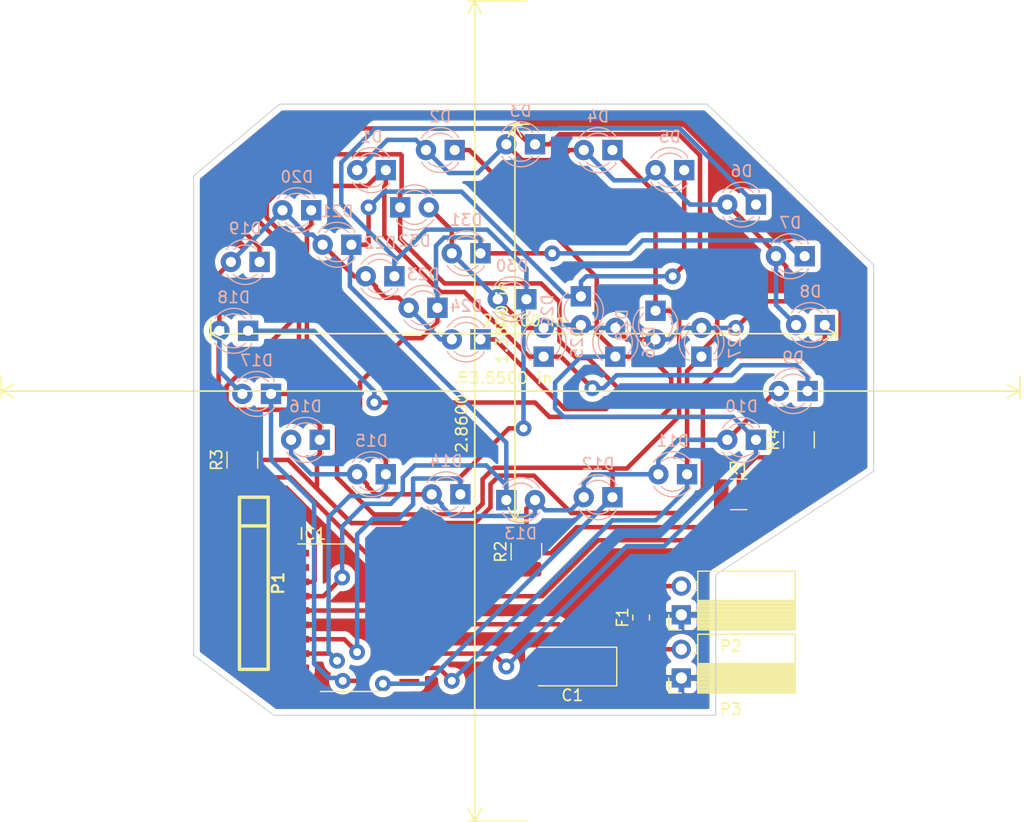
<source format=kicad_pcb>
(kicad_pcb (version 20171130) (host pcbnew "(5.1.4)-1")
  (layers (0 F.Cu signal) (31 B.Cu signal) (34 B.Paste user) (35 F.Paste user) (36 B.SilkS user) (37 F.SilkS user) (38 B.Mask user) (39 F.Mask user) (44 Edge.Cuts user))
  (net 0 "")
  (net 1 "Net-(D1-Pad1)")
  (net 2 "Net-(D1-Pad2)")
  (net 3 "Net-(D10-Pad1)")
  (net 4 "Net-(D11-Pad1)")
  (net 5 "Net-(D12-Pad1)")
  (net 6 "Net-(D13-Pad1)")
  (net 7 "Net-(D14-Pad1)")
  (net 8 "Net-(D15-Pad1)")
  (net 9 "Net-(D16-Pad1)")
  (net 10 "Net-(D10-Pad2)")
  (net 11 "Net-(D17-Pad2)")
  (net 12 "Net-(D25-Pad2)")
  (net 13 "Net-(F1-Pad2)")
  (net 14 "Net-(IC1-Pad17)")
  (net 15 "Net-(IC1-Pad18)")
  (net 16 "Net-(IC1-Pad19)")
  (net 17 "Net-(IC1-Pad20)")
  (net 18 "Net-(IC1-Pad1)")
  (net 19 "Net-(IC1-Pad2)")
  (net 20 "Net-(IC1-Pad9)")
  (net 21 "Net-(IC1-Pad10)")
  (net 22 VCC)
  (net 23 GND)
  (module uusi_possu:Ohjelmointiliitin (layer F.Cu) (at 117.348 112.776 270)
    (fp_text reference P1 (at 0 -2.159 90) (layer F.SilkS) (effects (font (size 1.016 1.016) (thickness 0.2032))))
    (fp_text value CONN_6 hide)
    (pad 6 smd rect (at 6.35 0 270) (size 1.524 1.524) (layers F.Cu F.Paste F.Mask) (net 21 "Net-(IC1-Pad10)"))
    (pad 5 smd rect (at 3.81 0 270) (size 1.524 1.524) (layers F.Cu F.Paste F.Mask) (net 23 GND))
    (pad 4 smd rect (at 1.27 0 270) (size 1.524 1.524) (layers F.Cu F.Paste F.Mask) (net 22 VCC))
    (pad 3 smd rect (at -1.27 0 270) (size 1.524 1.524) (layers F.Cu F.Paste F.Mask) (net 9 "Net-(D16-Pad1)"))
    (pad 2 smd rect (at -3.81 0 270) (size 1.524 1.524) (layers F.Cu F.Paste F.Mask) (net 19 "Net-(IC1-Pad2)"))
    (pad 1 smd rect (at -6.35 0 270) (size 1.524 1.524) (layers F.Cu F.Paste F.Mask) (net 18 "Net-(IC1-Pad1)"))
  )
  (module optiem:optiem_logo2 (layer F.Cu) (at 140.208 97.536)
    (fp_text reference G*** hide)
    (fp_text value LOGO hide)
  )
  (module Capacitor_Tantalum_SMD:CP_EIA-6032-15_Kemet-U_Pad2.25x2.35mm_HandSolder (layer F.Cu) (at 145.542 120.142 180)
    (fp_text reference C1 (at 0 -2.55) (layer F.SilkS))
    (fp_text value CP1)
    (pad 1 smd roundrect (at -2.55 0 180) (size 2.25 2.35) (layers F.Cu F.Paste F.Mask) (roundrect_rratio 0.111111) (net 22 VCC))
    (pad 2 smd roundrect (at 2.55 0 180) (size 2.25 2.35) (layers F.Cu F.Paste F.Mask) (roundrect_rratio 0.111111) (net 23 GND))
  )
  (module LED_THT:LED_D3.0mm (layer B.Cu) (at 118.872 96.012 180)
    (fp_text reference D17 (at 1.27 2.96) (layer B.SilkS) (effects (justify mirror)))
    (fp_text value LED)
    (pad 2 thru_hole circle (at 2.54 0 180) (size 1.8 1.8) (drill 0.9) (layers *.Cu *.Mask) (net 11 "Net-(D17-Pad2)"))
    (pad 1 thru_hole rect (at 0 0 180) (size 1.8 1.8) (drill 0.9) (layers *.Cu *.Mask) (net 1 "Net-(D1-Pad1)"))
  )
  (module uusi_possu:SO-20_12.8x7.5mm_P1.27mm_extended (layer F.Cu) (at 126.238 115.824)
    (fp_text reference IC1 (at -3.69 -7.42 180) (layer F.SilkS))
    (fp_text value ATTINY861-S)
    (pad 20 smd rect (at 4.875 -5.715) (size 1.75 0.6) (layers F.Cu F.Paste F.Mask) (net 17 "Net-(IC1-Pad20)"))
    (pad 19 smd rect (at 4.875 -4.445) (size 1.75 0.6) (layers F.Cu F.Paste F.Mask) (net 16 "Net-(IC1-Pad19)"))
    (pad 18 smd rect (at 4.875 -3.175) (size 1.75 0.6) (layers F.Cu F.Paste F.Mask) (net 15 "Net-(IC1-Pad18)"))
    (pad 17 smd rect (at 4.875 -1.905) (size 1.75 0.6) (layers F.Cu F.Paste F.Mask) (net 14 "Net-(IC1-Pad17)"))
    (pad 16 smd rect (at 4.875 -0.635) (size 1.75 0.6) (layers F.Cu F.Paste F.Mask) (net 23 GND))
    (pad 15 smd rect (at 4.875 0.635) (size 1.75 0.6) (layers F.Cu F.Paste F.Mask) (net 22 VCC))
    (pad 14 smd rect (at 4.875 1.905) (size 1.75 0.6) (layers F.Cu F.Paste F.Mask) (net 1 "Net-(D1-Pad1)"))
    (pad 13 smd rect (at 4.875 3.175) (size 1.75 0.6) (layers F.Cu F.Paste F.Mask) (net 3 "Net-(D10-Pad1)"))
    (pad 12 smd rect (at 4.875 4.445) (size 1.75 0.6) (layers F.Cu F.Paste F.Mask) (net 4 "Net-(D11-Pad1)"))
    (pad 11 smd rect (at 4.875 5.715) (size 1.75 0.6) (layers F.Cu F.Paste F.Mask) (net 5 "Net-(D12-Pad1)"))
    (pad 10 smd rect (at -4.875 5.715) (size 1.75 0.6) (layers F.Cu F.Paste F.Mask) (net 21 "Net-(IC1-Pad10)"))
    (pad 9 smd rect (at -4.875 4.445) (size 1.75 0.6) (layers F.Cu F.Paste F.Mask) (net 20 "Net-(IC1-Pad9)"))
    (pad 8 smd rect (at -4.875 3.175) (size 1.75 0.6) (layers F.Cu F.Paste F.Mask) (net 8 "Net-(D15-Pad1)"))
    (pad 7 smd rect (at -4.875 1.905) (size 1.75 0.6) (layers F.Cu F.Paste F.Mask) (net 7 "Net-(D14-Pad1)"))
    (pad 1 smd rect (at -4.875 -5.715) (size 1.75 0.6) (layers F.Cu F.Paste F.Mask) (net 18 "Net-(IC1-Pad1)"))
    (pad 2 smd rect (at -4.875 -4.445) (size 1.75 0.6) (layers F.Cu F.Paste F.Mask) (net 19 "Net-(IC1-Pad2)"))
    (pad 3 smd rect (at -4.875 -3.175) (size 1.75 0.6) (layers F.Cu F.Paste F.Mask) (net 9 "Net-(D16-Pad1)"))
    (pad 4 smd rect (at -4.875 -1.905) (size 1.75 0.6) (layers F.Cu F.Paste F.Mask) (net 6 "Net-(D13-Pad1)"))
    (pad 5 smd rect (at -4.875 -0.635) (size 1.75 0.6) (layers F.Cu F.Paste F.Mask) (net 22 VCC))
    (pad 6 smd rect (at -4.875 0.635) (size 1.75 0.6) (layers F.Cu F.Paste F.Mask) (net 23 GND))
  )
  (module optiem:optiem_logo (layer F.Cu) (at 140.716 89.916)
    (fp_text reference G*** hide)
    (fp_text value LOGO hide)
  )
  (module Connector_PinSocket_2.54mm:PinSocket_1x02_P2.54mm_Horizontal (layer F.Cu) (at 155.194 121.158 180)
    (fp_text reference P3 (at -4.38 -2.77) (layer F.SilkS))
    (fp_text value CONN_2)
    (pad 2 thru_hole oval (at 0 2.54 180) (size 1.7 1.7) (drill 1) (layers *.Cu *.Mask) (net 22 VCC))
    (pad 1 thru_hole rect (at 0 0 180) (size 1.7 1.7) (drill 1) (layers *.Cu *.Mask) (net 23 GND))
  )
  (module LED_THT:LED_D3.0mm (layer B.Cu) (at 146.304 87.376 270)
    (fp_text reference D29 (at 1.27 2.96 90) (layer B.SilkS) (effects (justify mirror)))
    (fp_text value LED)
    (pad 1 thru_hole rect (at 0 0 270) (size 1.8 1.8) (drill 0.9) (layers *.Cu *.Mask) (net 6 "Net-(D13-Pad1)"))
    (pad 2 thru_hole circle (at 2.54 0 270) (size 1.8 1.8) (drill 0.9) (layers *.Cu *.Mask) (net 12 "Net-(D25-Pad2)"))
  )
  (module LED_THT:LED_D3.0mm (layer B.Cu) (at 166.37 95.758 180)
    (fp_text reference D9 (at 1.27 2.96) (layer B.SilkS) (effects (justify mirror)))
    (fp_text value LED)
    (pad 1 thru_hole rect (at 0 0 180) (size 1.8 1.8) (drill 0.9) (layers *.Cu *.Mask) (net 1 "Net-(D1-Pad1)"))
    (pad 2 thru_hole circle (at 2.54 0 180) (size 1.8 1.8) (drill 0.9) (layers *.Cu *.Mask) (net 10 "Net-(D10-Pad2)"))
  )
  (module LED_THT:LED_D3.0mm (layer B.Cu) (at 155.702 103.124 180)
    (fp_text reference D11 (at 1.27 2.96) (layer B.SilkS) (effects (justify mirror)))
    (fp_text value LED)
    (pad 2 thru_hole circle (at 2.54 0 180) (size 1.8 1.8) (drill 0.9) (layers *.Cu *.Mask) (net 10 "Net-(D10-Pad2)"))
    (pad 1 thru_hole rect (at 0 0 180) (size 1.8 1.8) (drill 0.9) (layers *.Cu *.Mask) (net 4 "Net-(D11-Pad1)"))
  )
  (module LED_THT:LED_D3.0mm (layer B.Cu) (at 149.098 105.156 180)
    (fp_text reference D12 (at 1.27 2.96) (layer B.SilkS) (effects (justify mirror)))
    (fp_text value LED)
    (pad 1 thru_hole rect (at 0 0 180) (size 1.8 1.8) (drill 0.9) (layers *.Cu *.Mask) (net 5 "Net-(D12-Pad1)"))
    (pad 2 thru_hole circle (at 2.54 0 180) (size 1.8 1.8) (drill 0.9) (layers *.Cu *.Mask) (net 10 "Net-(D10-Pad2)"))
  )
  (module LED_THT:LED_D3.0mm (layer B.Cu) (at 139.7 105.41)
    (fp_text reference D13 (at 1.27 2.96) (layer B.SilkS) (effects (justify mirror)))
    (fp_text value LED)
    (pad 2 thru_hole circle (at 2.54 0) (size 1.8 1.8) (drill 0.9) (layers *.Cu *.Mask) (net 10 "Net-(D10-Pad2)"))
    (pad 1 thru_hole rect (at 0 0) (size 1.8 1.8) (drill 0.9) (layers *.Cu *.Mask) (net 6 "Net-(D13-Pad1)"))
  )
  (module LED_THT:LED_D3.0mm (layer B.Cu) (at 123.19 100.076 180)
    (fp_text reference D16 (at 1.27 2.96) (layer B.SilkS) (effects (justify mirror)))
    (fp_text value LED)
    (pad 2 thru_hole circle (at 2.54 0 180) (size 1.8 1.8) (drill 0.9) (layers *.Cu *.Mask) (net 10 "Net-(D10-Pad2)"))
    (pad 1 thru_hole rect (at 0 0 180) (size 1.8 1.8) (drill 0.9) (layers *.Cu *.Mask) (net 9 "Net-(D16-Pad1)"))
  )
  (module LED_THT:LED_D3.0mm (layer B.Cu) (at 166.116 83.82 180)
    (fp_text reference D7 (at 1.27 2.96) (layer B.SilkS) (effects (justify mirror)))
    (fp_text value LED)
    (pad 1 thru_hole rect (at 0 0 180) (size 1.8 1.8) (drill 0.9) (layers *.Cu *.Mask) (net 8 "Net-(D15-Pad1)"))
    (pad 2 thru_hole circle (at 2.54 0 180) (size 1.8 1.8) (drill 0.9) (layers *.Cu *.Mask) (net 2 "Net-(D1-Pad2)"))
  )
  (module LED_THT:LED_D3.0mm (layer B.Cu) (at 161.798 79.248 180)
    (fp_text reference D6 (at 1.27 2.96) (layer B.SilkS) (effects (justify mirror)))
    (fp_text value LED)
    (pad 2 thru_hole circle (at 2.54 0 180) (size 1.8 1.8) (drill 0.9) (layers *.Cu *.Mask) (net 2 "Net-(D1-Pad2)"))
    (pad 1 thru_hole rect (at 0 0 180) (size 1.8 1.8) (drill 0.9) (layers *.Cu *.Mask) (net 7 "Net-(D14-Pad1)"))
  )
  (module LED_THT:LED_D3.0mm (layer B.Cu) (at 129.032 76.2 180)
    (fp_text reference D1 (at 1.27 2.96) (layer B.SilkS) (effects (justify mirror)))
    (fp_text value LED)
    (pad 2 thru_hole circle (at 2.54 0 180) (size 1.8 1.8) (drill 0.9) (layers *.Cu *.Mask) (net 2 "Net-(D1-Pad2)"))
    (pad 1 thru_hole rect (at 0 0 180) (size 1.8 1.8) (drill 0.9) (layers *.Cu *.Mask) (net 1 "Net-(D1-Pad1)"))
  )
  (module LED_THT:LED_D3.0mm (layer B.Cu) (at 142.24 73.914 180)
    (fp_text reference D3 (at 1.27 2.96) (layer B.SilkS) (effects (justify mirror)))
    (fp_text value LED)
    (pad 1 thru_hole rect (at 0 0 180) (size 1.8 1.8) (drill 0.9) (layers *.Cu *.Mask) (net 4 "Net-(D11-Pad1)"))
    (pad 2 thru_hole circle (at 2.54 0 180) (size 1.8 1.8) (drill 0.9) (layers *.Cu *.Mask) (net 2 "Net-(D1-Pad2)"))
  )
  (module LED_THT:LED_D3.0mm (layer B.Cu) (at 149.098 74.422 180)
    (fp_text reference D4 (at 1.27 2.96) (layer B.SilkS) (effects (justify mirror)))
    (fp_text value LED)
    (pad 2 thru_hole circle (at 2.54 0 180) (size 1.8 1.8) (drill 0.9) (layers *.Cu *.Mask) (net 2 "Net-(D1-Pad2)"))
    (pad 1 thru_hole rect (at 0 0 180) (size 1.8 1.8) (drill 0.9) (layers *.Cu *.Mask) (net 5 "Net-(D12-Pad1)"))
  )
  (module LED_THT:LED_D3.0mm (layer B.Cu) (at 135.128 74.422 180)
    (fp_text reference D2 (at 1.27 2.96 180) (layer B.SilkS) (effects (justify mirror)))
    (fp_text value LED)
    (pad 1 thru_hole rect (at 0 0 180) (size 1.8 1.8) (drill 0.9) (layers *.Cu *.Mask) (net 3 "Net-(D10-Pad1)"))
    (pad 2 thru_hole circle (at 2.54 0 180) (size 1.8 1.8) (drill 0.9) (layers *.Cu *.Mask) (net 2 "Net-(D1-Pad2)"))
  )
  (module LED_THT:LED_D3.0mm (layer B.Cu) (at 155.448 76.2 180)
    (fp_text reference D5 (at 1.27 2.96) (layer B.SilkS) (effects (justify mirror)))
    (fp_text value LED)
    (pad 1 thru_hole rect (at 0 0 180) (size 1.8 1.8) (drill 0.9) (layers *.Cu *.Mask) (net 6 "Net-(D13-Pad1)"))
    (pad 2 thru_hole circle (at 2.54 0 180) (size 1.8 1.8) (drill 0.9) (layers *.Cu *.Mask) (net 2 "Net-(D1-Pad2)"))
  )
  (module LED_THT:LED_D3.0mm (layer B.Cu) (at 135.636 104.902 180)
    (fp_text reference D14 (at 1.27 2.96) (layer B.SilkS) (effects (justify mirror)))
    (fp_text value LED)
    (pad 1 thru_hole rect (at 0 0 180) (size 1.8 1.8) (drill 0.9) (layers *.Cu *.Mask) (net 7 "Net-(D14-Pad1)"))
    (pad 2 thru_hole circle (at 2.54 0 180) (size 1.8 1.8) (drill 0.9) (layers *.Cu *.Mask) (net 10 "Net-(D10-Pad2)"))
  )
  (module Connector_PinSocket_2.54mm:PinSocket_1x02_P2.54mm_Horizontal (layer F.Cu) (at 155.194 115.57 180)
    (fp_text reference P2 (at -4.38 -2.77) (layer F.SilkS))
    (fp_text value CONN_2)
    (pad 1 thru_hole rect (at 0 0 180) (size 1.7 1.7) (drill 1) (layers *.Cu *.Mask) (net 23 GND))
    (pad 2 thru_hole oval (at 0 2.54 180) (size 1.7 1.7) (drill 1) (layers *.Cu *.Mask) (net 13 "Net-(F1-Pad2)"))
  )
  (module Resistor_SMD:R_0805_2012Metric_Pad1.20x1.40mm_HandSolder (layer F.Cu) (at 151.638 115.808 90)
    (fp_text reference F1 (at 0 -1.65 90) (layer F.SilkS))
    (fp_text value Polyfuse)
    (pad 1 smd roundrect (at -1 0 90) (size 1.2 1.4) (layers F.Cu F.Paste F.Mask) (roundrect_rratio 0.208333) (net 22 VCC))
    (pad 2 smd roundrect (at 1 0 90) (size 1.2 1.4) (layers F.Cu F.Paste F.Mask) (roundrect_rratio 0.208333) (net 13 "Net-(F1-Pad2)"))
  )
  (module Resistor_SMD:R_1210_3225Metric_Pad1.30x2.65mm_HandSolder (layer F.Cu) (at 160.274 104.902)
    (fp_text reference R1 (at 0 -2.28) (layer F.SilkS))
    (fp_text value 110)
    (pad 1 smd roundrect (at -1.55 0) (size 1.3 2.65) (layers F.Cu F.Paste F.Mask) (roundrect_rratio 0.192308) (net 17 "Net-(IC1-Pad20)"))
    (pad 2 smd roundrect (at 1.55 0) (size 1.3 2.65) (layers F.Cu F.Paste F.Mask) (roundrect_rratio 0.192308) (net 2 "Net-(D1-Pad2)"))
  )
  (module Resistor_SMD:R_1210_3225Metric_Pad1.30x2.65mm_HandSolder (layer F.Cu) (at 141.478 109.982 90)
    (fp_text reference R2 (at 0 -2.28 90) (layer F.SilkS))
    (fp_text value 110)
    (pad 2 smd roundrect (at 1.55 0 90) (size 1.3 2.65) (layers F.Cu F.Paste F.Mask) (roundrect_rratio 0.192308) (net 10 "Net-(D10-Pad2)"))
    (pad 1 smd roundrect (at -1.55 0 90) (size 1.3 2.65) (layers F.Cu F.Paste F.Mask) (roundrect_rratio 0.192308) (net 16 "Net-(IC1-Pad19)"))
  )
  (module Resistor_SMD:R_1210_3225Metric_Pad1.30x2.65mm_HandSolder (layer F.Cu) (at 116.332 101.854 90)
    (fp_text reference R3 (at 0 -2.28 90) (layer F.SilkS))
    (fp_text value 110)
    (pad 1 smd roundrect (at -1.55 0 90) (size 1.3 2.65) (layers F.Cu F.Paste F.Mask) (roundrect_rratio 0.192308) (net 15 "Net-(IC1-Pad18)"))
    (pad 2 smd roundrect (at 1.55 0 90) (size 1.3 2.65) (layers F.Cu F.Paste F.Mask) (roundrect_rratio 0.192308) (net 11 "Net-(D17-Pad2)"))
  )
  (module Resistor_SMD:R_1210_3225Metric_Pad1.30x2.65mm_HandSolder (layer F.Cu) (at 165.608 100.076 90)
    (fp_text reference R4 (at 0 -2.28 90) (layer F.SilkS))
    (fp_text value 110)
    (pad 2 smd roundrect (at 1.55 0 90) (size 1.3 2.65) (layers F.Cu F.Paste F.Mask) (roundrect_rratio 0.192308) (net 12 "Net-(D25-Pad2)"))
    (pad 1 smd roundrect (at -1.55 0 90) (size 1.3 2.65) (layers F.Cu F.Paste F.Mask) (roundrect_rratio 0.192308) (net 14 "Net-(IC1-Pad17)"))
  )
  (module LED_THT:LED_D3.0mm (layer B.Cu) (at 129.032 103.124 180)
    (fp_text reference D15 (at 1.27 2.96) (layer B.SilkS) (effects (justify mirror)))
    (fp_text value LED)
    (pad 1 thru_hole rect (at 0 0 180) (size 1.8 1.8) (drill 0.9) (layers *.Cu *.Mask) (net 8 "Net-(D15-Pad1)"))
    (pad 2 thru_hole circle (at 2.54 0 180) (size 1.8 1.8) (drill 0.9) (layers *.Cu *.Mask) (net 10 "Net-(D10-Pad2)"))
  )
  (module LED_THT:LED_D3.0mm (layer B.Cu) (at 116.84 90.424 180)
    (fp_text reference D18 (at 1.27 2.96) (layer B.SilkS) (effects (justify mirror)))
    (fp_text value LED)
    (pad 1 thru_hole rect (at 0 0 180) (size 1.8 1.8) (drill 0.9) (layers *.Cu *.Mask) (net 3 "Net-(D10-Pad1)"))
    (pad 2 thru_hole circle (at 2.54 0 180) (size 1.8 1.8) (drill 0.9) (layers *.Cu *.Mask) (net 11 "Net-(D17-Pad2)"))
  )
  (module LED_THT:LED_D3.0mm (layer B.Cu) (at 117.856 84.328 180)
    (fp_text reference D19 (at 1.27 2.96) (layer B.SilkS) (effects (justify mirror)))
    (fp_text value LED)
    (pad 1 thru_hole rect (at 0 0 180) (size 1.8 1.8) (drill 0.9) (layers *.Cu *.Mask) (net 4 "Net-(D11-Pad1)"))
    (pad 2 thru_hole circle (at 2.54 0 180) (size 1.8 1.8) (drill 0.9) (layers *.Cu *.Mask) (net 11 "Net-(D17-Pad2)"))
  )
  (module LED_THT:LED_D3.0mm (layer B.Cu) (at 122.428 79.756 180)
    (fp_text reference D20 (at 1.27 2.96) (layer B.SilkS) (effects (justify mirror)))
    (fp_text value LED)
    (pad 1 thru_hole rect (at 0 0 180) (size 1.8 1.8) (drill 0.9) (layers *.Cu *.Mask) (net 5 "Net-(D12-Pad1)"))
    (pad 2 thru_hole circle (at 2.54 0 180) (size 1.8 1.8) (drill 0.9) (layers *.Cu *.Mask) (net 11 "Net-(D17-Pad2)"))
  )
  (module LED_THT:LED_D3.0mm (layer B.Cu) (at 125.984 82.804 180)
    (fp_text reference D21 (at 1.27 2.96) (layer B.SilkS) (effects (justify mirror)))
    (fp_text value LED)
    (pad 2 thru_hole circle (at 2.54 0 180) (size 1.8 1.8) (drill 0.9) (layers *.Cu *.Mask) (net 11 "Net-(D17-Pad2)"))
    (pad 1 thru_hole rect (at 0 0 180) (size 1.8 1.8) (drill 0.9) (layers *.Cu *.Mask) (net 6 "Net-(D13-Pad1)"))
  )
  (module LED_THT:LED_D3.0mm (layer B.Cu) (at 129.794 85.598 180)
    (fp_text reference D22 (at 1.27 2.96) (layer B.SilkS) (effects (justify mirror)))
    (fp_text value LED)
    (pad 2 thru_hole circle (at 2.54 0 180) (size 1.8 1.8) (drill 0.9) (layers *.Cu *.Mask) (net 11 "Net-(D17-Pad2)"))
    (pad 1 thru_hole rect (at 0 0 180) (size 1.8 1.8) (drill 0.9) (layers *.Cu *.Mask) (net 7 "Net-(D14-Pad1)"))
  )
  (module LED_THT:LED_D3.0mm (layer B.Cu) (at 133.604 88.392 180)
    (fp_text reference D23 (at 1.27 2.96) (layer B.SilkS) (effects (justify mirror)))
    (fp_text value LED)
    (pad 1 thru_hole rect (at 0 0 180) (size 1.8 1.8) (drill 0.9) (layers *.Cu *.Mask) (net 8 "Net-(D15-Pad1)"))
    (pad 2 thru_hole circle (at 2.54 0 180) (size 1.8 1.8) (drill 0.9) (layers *.Cu *.Mask) (net 11 "Net-(D17-Pad2)"))
  )
  (module LED_THT:LED_D3.0mm (layer B.Cu) (at 137.414 91.186 180)
    (fp_text reference D24 (at 1.27 2.96) (layer B.SilkS) (effects (justify mirror)))
    (fp_text value LED)
    (pad 2 thru_hole circle (at 2.54 0 180) (size 1.8 1.8) (drill 0.9) (layers *.Cu *.Mask) (net 11 "Net-(D17-Pad2)"))
    (pad 1 thru_hole rect (at 0 0 180) (size 1.8 1.8) (drill 0.9) (layers *.Cu *.Mask) (net 9 "Net-(D16-Pad1)"))
  )
  (module LED_THT:LED_D3.0mm (layer B.Cu) (at 143.002 92.71 90)
    (fp_text reference D25 (at 1.27 2.96 90) (layer B.SilkS) (effects (justify mirror)))
    (fp_text value LED)
    (pad 2 thru_hole circle (at 2.54 0 90) (size 1.8 1.8) (drill 0.9) (layers *.Cu *.Mask) (net 12 "Net-(D25-Pad2)"))
    (pad 1 thru_hole rect (at 0 0 90) (size 1.8 1.8) (drill 0.9) (layers *.Cu *.Mask) (net 1 "Net-(D1-Pad1)"))
  )
  (module LED_THT:LED_D3.0mm (layer B.Cu) (at 149.352 92.71 90)
    (fp_text reference D26 (at 1.27 2.96 90) (layer B.SilkS) (effects (justify mirror)))
    (fp_text value LED)
    (pad 1 thru_hole rect (at 0 0 90) (size 1.8 1.8) (drill 0.9) (layers *.Cu *.Mask) (net 3 "Net-(D10-Pad1)"))
    (pad 2 thru_hole circle (at 2.54 0 90) (size 1.8 1.8) (drill 0.9) (layers *.Cu *.Mask) (net 12 "Net-(D25-Pad2)"))
  )
  (module LED_THT:LED_D3.0mm (layer B.Cu) (at 156.972 92.71 90)
    (fp_text reference D27 (at 1.27 2.96 90) (layer B.SilkS) (effects (justify mirror)))
    (fp_text value LED)
    (pad 1 thru_hole rect (at 0 0 90) (size 1.8 1.8) (drill 0.9) (layers *.Cu *.Mask) (net 4 "Net-(D11-Pad1)"))
    (pad 2 thru_hole circle (at 2.54 0 90) (size 1.8 1.8) (drill 0.9) (layers *.Cu *.Mask) (net 12 "Net-(D25-Pad2)"))
  )
  (module LED_THT:LED_D3.0mm (layer B.Cu) (at 141.478 87.63 180)
    (fp_text reference D30 (at 1.27 2.96) (layer B.SilkS) (effects (justify mirror)))
    (fp_text value LED)
    (pad 2 thru_hole circle (at 2.54 0 180) (size 1.8 1.8) (drill 0.9) (layers *.Cu *.Mask) (net 12 "Net-(D25-Pad2)"))
    (pad 1 thru_hole rect (at 0 0 180) (size 1.8 1.8) (drill 0.9) (layers *.Cu *.Mask) (net 7 "Net-(D14-Pad1)"))
  )
  (module LED_THT:LED_D3.0mm (layer B.Cu) (at 137.414 83.566 180)
    (fp_text reference D31 (at 1.27 2.96) (layer B.SilkS) (effects (justify mirror)))
    (fp_text value LED)
    (pad 1 thru_hole rect (at 0 0 180) (size 1.8 1.8) (drill 0.9) (layers *.Cu *.Mask) (net 8 "Net-(D15-Pad1)"))
    (pad 2 thru_hole circle (at 2.54 0 180) (size 1.8 1.8) (drill 0.9) (layers *.Cu *.Mask) (net 12 "Net-(D25-Pad2)"))
  )
  (module LED_THT:LED_D3.0mm (layer B.Cu) (at 167.894 89.916 180)
    (fp_text reference D8 (at 1.27 2.96) (layer B.SilkS) (effects (justify mirror)))
    (fp_text value LED)
    (pad 2 thru_hole circle (at 2.54 0 180) (size 1.8 1.8) (drill 0.9) (layers *.Cu *.Mask) (net 2 "Net-(D1-Pad2)"))
    (pad 1 thru_hole rect (at 0 0 180) (size 1.8 1.8) (drill 0.9) (layers *.Cu *.Mask) (net 9 "Net-(D16-Pad1)"))
  )
  (module LED_THT:LED_D3.0mm (layer B.Cu) (at 161.798 100.076 180)
    (fp_text reference D10 (at 1.27 2.96) (layer B.SilkS) (effects (justify mirror)))
    (fp_text value LED)
    (pad 1 thru_hole rect (at 0 0 180) (size 1.8 1.8) (drill 0.9) (layers *.Cu *.Mask) (net 3 "Net-(D10-Pad1)"))
    (pad 2 thru_hole circle (at 2.54 0 180) (size 1.8 1.8) (drill 0.9) (layers *.Cu *.Mask) (net 10 "Net-(D10-Pad2)"))
  )
  (module LED_THT:LED_D3.0mm (layer B.Cu) (at 152.908 88.646 270)
    (fp_text reference D28 (at 1.27 2.96 90) (layer B.SilkS) (effects (justify mirror)))
    (fp_text value LED)
    (pad 1 thru_hole rect (at 0 0 270) (size 1.8 1.8) (drill 0.9) (layers *.Cu *.Mask) (net 5 "Net-(D12-Pad1)"))
    (pad 2 thru_hole circle (at 2.54 0 270) (size 1.8 1.8) (drill 0.9) (layers *.Cu *.Mask) (net 12 "Net-(D25-Pad2)"))
  )
  (module LED_THT:LED_D3.0mm (layer B.Cu) (at 130.302 79.502)
    (fp_text reference D32 (at 1.27 2.96) (layer B.SilkS) (effects (justify mirror)))
    (fp_text value LED)
    (pad 1 thru_hole rect (at 0 0) (size 1.8 1.8) (drill 0.9) (layers *.Cu *.Mask) (net 9 "Net-(D16-Pad1)"))
    (pad 2 thru_hole circle (at 2.54 0) (size 1.8 1.8) (drill 0.9) (layers *.Cu *.Mask) (net 12 "Net-(D25-Pad2)"))
  )
  (gr_line (start 119.126 124.46) (end 112.014 119.126) (layer Edge.Cuts) (width 0.1))
  (gr_line (start 158.242 112.014) (end 158.242 124.46) (layer Edge.Cuts) (width 0.1))
  (gr_line (start 172.212 102.87) (end 158.242 112.014) (layer Edge.Cuts) (width 0.1))
  (gr_line (start 158.242 124.46) (end 119.126 124.46) (layer Edge.Cuts) (width 0.1))
  (gr_line (start 172.212 84.582) (end 172.212 102.87) (layer Edge.Cuts) (width 0.1))
  (gr_line (start 157.48 70.358) (end 172.212 84.582) (layer Edge.Cuts) (width 0.1))
  (gr_line (start 119.634 70.358) (end 157.48 70.358) (layer Edge.Cuts) (width 0.1))
  (gr_line (start 112.014 76.708) (end 119.634 70.358) (layer Edge.Cuts) (width 0.1))
  (gr_line (start 112.014 119.126) (end 112.014 76.708) (layer Edge.Cuts) (width 0.1))
  (dimension 72.644 (width 0.15) (layer F.SilkS) (gr_text "72,644 mm" (at 135.606 97.536 270) (layer F.SilkS) (effects (font (size 1 1) (thickness 0.15)))) (feature1 (pts (xy 141.478 133.858) (xy 136.319579 133.858))) (feature2 (pts (xy 141.478 61.214) (xy 136.319579 61.214))) (crossbar (pts (xy 136.906 61.214) (xy 136.906 133.858))) (arrow1a (pts (xy 136.906 133.858) (xy 136.319579 132.731496))) (arrow1b (pts (xy 136.906 133.858) (xy 137.492421 132.731496))) (arrow2a (pts (xy 136.906 61.214) (xy 136.319579 62.340504))) (arrow2b (pts (xy 136.906 61.214) (xy 137.492421 62.340504))))
  (dimension 90.17 (width 0.15) (layer F.SilkS) (gr_text "90,170 mm" (at 140.081 97.060841) (layer F.SilkS) (effects (font (size 1 1) (thickness 0.15)))) (feature1 (pts (xy 185.166 94.488) (xy 185.166 96.347262))) (feature2 (pts (xy 94.996 94.488) (xy 94.996 96.347262))) (crossbar (pts (xy 94.996 95.760841) (xy 185.166 95.760841))) (arrow1a (pts (xy 185.166 95.760841) (xy 184.039496 96.347262))) (arrow1b (pts (xy 185.166 95.760841) (xy 184.039496 95.17442))) (arrow2a (pts (xy 94.996 95.760841) (xy 96.122504 96.347262))) (arrow2b (pts (xy 94.996 95.760841) (xy 96.122504 95.17442))))
  (dimension 55.372 (width 0.15) (layer F.SilkS) (gr_text "55,372 mm" (at 141.224 91.978) (layer F.SilkS) (effects (font (size 1 1) (thickness 0.15)))) (feature1 (pts (xy 168.91 89.408) (xy 168.91 91.264421))) (feature2 (pts (xy 113.538 89.408) (xy 113.538 91.264421))) (crossbar (pts (xy 113.538 90.678) (xy 168.91 90.678))) (arrow1a (pts (xy 168.91 90.678) (xy 167.783496 91.264421))) (arrow1b (pts (xy 168.91 90.678) (xy 167.783496 90.091579))) (arrow2a (pts (xy 113.538 90.678) (xy 114.664504 91.264421))) (arrow2b (pts (xy 113.538 90.678) (xy 114.664504 90.091579))))
  (dimension 35.052 (width 0.15) (layer F.SilkS) (gr_text "35,052 mm" (at 139.162 89.662 270) (layer F.SilkS) (effects (font (size 1 1) (thickness 0.15)))) (feature1 (pts (xy 141.732 107.188) (xy 139.875579 107.188))) (feature2 (pts (xy 141.732 72.136) (xy 139.875579 72.136))) (crossbar (pts (xy 140.462 72.136) (xy 140.462 107.188))) (arrow1a (pts (xy 140.462 107.188) (xy 139.875579 106.061496))) (arrow1b (pts (xy 140.462 107.188) (xy 141.048421 106.061496))) (arrow2a (pts (xy 140.462 72.136) (xy 139.875579 73.262504))) (arrow2b (pts (xy 140.462 72.136) (xy 141.048421 73.262504))))
  (segment (start 127.377999 77.600001) (end 128.778 76.2) (width 0.4) (layer F.Cu) (net 1))
  (segment (start 120.172 96.012) (end 121.343989 94.840011) (width 0.4) (layer F.Cu) (net 1))
  (segment (start 128.778 76.2) (end 129.032 76.2) (width 0.4) (layer F.Cu) (net 1))
  (segment (start 118.872 96.012) (end 120.172 96.012) (width 0.4) (layer F.Cu) (net 1))
  (segment (start 121.343989 94.840011) (end 121.343989 83.283991) (width 0.4) (layer F.Cu) (net 1))
  (segment (start 119.971997 77.600001) (end 127.377999 77.600001) (width 0.4) (layer F.Cu) (net 1))
  (segment (start 121.343989 83.283991) (end 118.487999 80.428001) (width 0.4) (layer F.Cu) (net 1))
  (segment (start 118.487999 80.428001) (end 118.487999 79.083999) (width 0.4) (layer F.Cu) (net 1))
  (segment (start 118.487999 79.083999) (end 119.971997 77.600001) (width 0.4) (layer F.Cu) (net 1))
  (segment (start 129.032 77.5) (end 129.032 76.2) (width 0.4) (layer F.Cu) (net 1))
  (segment (start 141.702 92.71) (end 135.983999 86.991999) (width 0.4) (layer F.Cu) (net 1))
  (segment (start 135.983999 86.991999) (end 133.888001 86.991999) (width 0.4) (layer F.Cu) (net 1))
  (segment (start 133.888001 86.991999) (end 128.901999 82.005997) (width 0.4) (layer F.Cu) (net 1))
  (segment (start 143.002 92.71) (end 141.702 92.71) (width 0.4) (layer F.Cu) (net 1))
  (segment (start 128.901999 82.005997) (end 128.901999 77.630001) (width 0.4) (layer F.Cu) (net 1))
  (segment (start 128.901999 77.630001) (end 129.032 77.5) (width 0.4) (layer F.Cu) (net 1))
  (via (at 147.32 95.504) (size 1.4) (drill 0.7) (layers F.Cu B.Cu) (net 1))
  (segment (start 143.002 92.71) (end 144.526 92.71) (width 0.4) (layer F.Cu) (net 1))
  (segment (start 144.526 92.71) (end 147.32 95.504) (width 0.4) (layer F.Cu) (net 1))
  (segment (start 166.37 94.458) (end 166.37 95.758) (width 0.4) (layer B.Cu) (net 1))
  (segment (start 148.309949 95.504) (end 149.45595 94.357999) (width 0.4) (layer B.Cu) (net 1))
  (segment (start 147.32 95.504) (end 148.309949 95.504) (width 0.4) (layer B.Cu) (net 1))
  (segment (start 129.838 117.729) (end 131.113 117.729) (width 0.4) (layer F.Cu) (net 1))
  (segment (start 128.969999 118.597001) (end 129.838 117.729) (width 0.4) (layer F.Cu) (net 1))
  (segment (start 128.969999 119.188001) (end 128.969999 118.597001) (width 0.4) (layer F.Cu) (net 1))
  (segment (start 128.27 119.888) (end 128.969999 119.188001) (width 0.4) (layer F.Cu) (net 1))
  (via (at 125.222 121.412) (size 1.4) (drill 0.7) (layers F.Cu B.Cu) (net 1))
  (segment (start 126.746 121.412) (end 128.27 119.888) (width 0.4) (layer F.Cu) (net 1))
  (segment (start 125.222 121.412) (end 126.746 121.412) (width 0.4) (layer F.Cu) (net 1))
  (segment (start 124.968 121.158) (end 125.222 121.412) (width 0.4) (layer B.Cu) (net 1))
  (segment (start 123.952 121.158) (end 124.968 121.158) (width 0.4) (layer B.Cu) (net 1))
  (segment (start 122.682 119.888) (end 123.952 121.158) (width 0.4) (layer B.Cu) (net 1))
  (segment (start 122.682 105.664) (end 122.682 119.888) (width 0.4) (layer B.Cu) (net 1))
  (segment (start 118.872 101.854) (end 122.682 105.664) (width 0.4) (layer B.Cu) (net 1))
  (segment (start 118.872 96.012) (end 118.872 101.854) (width 0.4) (layer B.Cu) (net 1))
  (segment (start 166.37 94.458) (end 165.384 93.472) (width 0.4) (layer B.Cu) (net 1))
  (segment (start 160.521998 93.472) (end 159.635999 94.357999) (width 0.4) (layer B.Cu) (net 1))
  (segment (start 165.384 93.472) (end 160.521998 93.472) (width 0.4) (layer B.Cu) (net 1))
  (segment (start 149.45595 94.357999) (end 159.635999 94.357999) (width 0.4) (layer B.Cu) (net 1))
  (segment (start 163.576 88.138) (end 163.576 83.82) (width 0.4) (layer B.Cu) (net 2))
  (segment (start 165.354 89.916) (end 163.576 88.138) (width 0.4) (layer B.Cu) (net 2))
  (segment (start 155.956 79.248) (end 152.908 76.2) (width 0.4) (layer B.Cu) (net 2))
  (segment (start 159.258 79.248) (end 155.956 79.248) (width 0.4) (layer B.Cu) (net 2))
  (segment (start 147.457999 75.321999) (end 146.558 74.422) (width 0.4) (layer B.Cu) (net 2))
  (segment (start 149.235999 77.099999) (end 147.457999 75.321999) (width 0.4) (layer B.Cu) (net 2))
  (segment (start 152.008001 77.099999) (end 149.235999 77.099999) (width 0.4) (layer B.Cu) (net 2))
  (segment (start 152.908 76.2) (end 152.008001 77.099999) (width 0.4) (layer B.Cu) (net 2))
  (segment (start 133.487999 75.321999) (end 132.588 74.422) (width 0.4) (layer B.Cu) (net 2))
  (segment (start 134.62 76.454) (end 133.487999 75.321999) (width 0.4) (layer B.Cu) (net 2))
  (segment (start 137.16 76.454) (end 134.62 76.454) (width 0.4) (layer B.Cu) (net 2))
  (segment (start 139.7 73.914) (end 137.16 76.454) (width 0.4) (layer B.Cu) (net 2))
  (segment (start 127.391999 75.300001) (end 126.492 76.2) (width 0.4) (layer B.Cu) (net 2))
  (segment (start 129.169999 73.522001) (end 127.391999 75.300001) (width 0.4) (layer B.Cu) (net 2))
  (segment (start 131.688001 73.522001) (end 129.169999 73.522001) (width 0.4) (layer B.Cu) (net 2))
  (segment (start 132.588 74.422) (end 131.688001 73.522001) (width 0.4) (layer B.Cu) (net 2))
  (segment (start 145.285208 74.422) (end 146.558 74.422) (width 0.4) (layer F.Cu) (net 2))
  (segment (start 144.393207 75.314001) (end 145.285208 74.422) (width 0.4) (layer F.Cu) (net 2))
  (segment (start 141.100001 75.314001) (end 144.393207 75.314001) (width 0.4) (layer F.Cu) (net 2))
  (segment (start 139.7 73.914) (end 141.100001 75.314001) (width 0.4) (layer F.Cu) (net 2))
  (segment (start 163.576 83.566) (end 163.576 83.82) (width 0.4) (layer F.Cu) (net 2))
  (segment (start 159.258 79.248) (end 163.576 83.566) (width 0.4) (layer F.Cu) (net 2))
  (segment (start 161.824 104.902) (end 163.094 103.632) (width 0.4) (layer F.Cu) (net 2))
  (segment (start 163.094 103.632) (end 166.760022 103.632) (width 0.4) (layer F.Cu) (net 2))
  (segment (start 168.089011 98.610989) (end 169.994011 96.705989) (width 0.4) (layer F.Cu) (net 2))
  (segment (start 168.089011 102.303011) (end 168.089011 98.610989) (width 0.4) (layer F.Cu) (net 2))
  (segment (start 166.760022 103.632) (end 168.089011 102.303011) (width 0.4) (layer F.Cu) (net 2))
  (segment (start 165.379987 85.783989) (end 169.994011 85.783989) (width 0.4) (layer F.Cu) (net 2))
  (segment (start 164.475999 84.880001) (end 165.379987 85.783989) (width 0.4) (layer F.Cu) (net 2))
  (segment (start 164.475999 84.719999) (end 164.475999 84.880001) (width 0.4) (layer F.Cu) (net 2))
  (segment (start 163.576 83.82) (end 164.475999 84.719999) (width 0.4) (layer F.Cu) (net 2))
  (segment (start 169.994011 96.705989) (end 169.994011 85.783989) (width 0.4) (layer F.Cu) (net 2))
  (segment (start 147.704001 85.698001) (end 136.428 74.422) (width 0.4) (layer F.Cu) (net 3))
  (segment (start 147.704001 90.594003) (end 147.704001 85.698001) (width 0.4) (layer F.Cu) (net 3))
  (segment (start 149.352 92.71) (end 149.352 92.242002) (width 0.4) (layer F.Cu) (net 3))
  (segment (start 149.352 92.242002) (end 147.704001 90.594003) (width 0.4) (layer F.Cu) (net 3))
  (segment (start 136.428 74.422) (end 135.128 74.422) (width 0.4) (layer F.Cu) (net 3))
  (segment (start 146.304 92.71) (end 149.352 92.71) (width 0.4) (layer B.Cu) (net 3))
  (segment (start 144.018 94.996) (end 146.304 92.71) (width 0.4) (layer B.Cu) (net 3))
  (segment (start 144.018 97.282) (end 144.018 94.996) (width 0.4) (layer B.Cu) (net 3))
  (segment (start 144.78 98.044) (end 144.018 97.282) (width 0.4) (layer B.Cu) (net 3))
  (segment (start 161.798 100.076) (end 159.766 98.044) (width 0.4) (layer B.Cu) (net 3))
  (segment (start 159.766 98.044) (end 144.78 98.044) (width 0.4) (layer B.Cu) (net 3))
  (segment (start 142.24 96.774) (end 143.51 98.044) (width 0.4) (layer F.Cu) (net 3))
  (segment (start 153.416 98.044) (end 154.30198 97.15802) (width 0.4) (layer F.Cu) (net 3))
  (segment (start 143.51 98.044) (end 153.416 98.044) (width 0.4) (layer F.Cu) (net 3))
  (segment (start 154.30198 97.15802) (end 154.30198 94.61198) (width 0.4) (layer F.Cu) (net 3))
  (segment (start 152.4 92.71) (end 149.352 92.71) (width 0.4) (layer F.Cu) (net 3))
  (segment (start 154.30198 94.61198) (end 152.4 92.71) (width 0.4) (layer F.Cu) (net 3))
  (via (at 139.7 120.142) (size 1.4) (drill 0.7) (layers F.Cu B.Cu) (net 3))
  (segment (start 138.557 118.999) (end 139.7 120.142) (width 0.4) (layer F.Cu) (net 3))
  (segment (start 135.763 118.999) (end 138.557 118.999) (width 0.4) (layer F.Cu) (net 3))
  (segment (start 131.113 118.999) (end 135.763 118.999) (width 0.4) (layer F.Cu) (net 3))
  (segment (start 161.798 101.376) (end 161.798 100.076) (width 0.4) (layer B.Cu) (net 3))
  (segment (start 153.7 109.474) (end 161.798 101.376) (width 0.4) (layer B.Cu) (net 3))
  (segment (start 150.368 109.474) (end 153.7 109.474) (width 0.4) (layer B.Cu) (net 3))
  (segment (start 139.7 120.142) (end 150.368 109.474) (width 0.4) (layer B.Cu) (net 3))
  (via (at 128.016 96.774) (size 1.4) (drill 0.7) (layers F.Cu B.Cu) (net 3))
  (segment (start 133.858 96.774) (end 128.016 96.774) (width 0.4) (layer F.Cu) (net 3))
  (segment (start 133.858 96.774) (end 142.24 96.774) (width 0.4) (layer F.Cu) (net 3))
  (segment (start 118.14 90.424) (end 116.84 90.424) (width 0.4) (layer B.Cu) (net 3))
  (segment (start 122.655949 90.424) (end 118.14 90.424) (width 0.4) (layer B.Cu) (net 3))
  (segment (start 128.016 95.784051) (end 122.655949 90.424) (width 0.4) (layer B.Cu) (net 3))
  (segment (start 128.016 96.774) (end 128.016 95.784051) (width 0.4) (layer B.Cu) (net 3))
  (segment (start 155.702 93.98) (end 156.972 92.71) (width 0.4) (layer F.Cu) (net 4))
  (segment (start 155.702 103.124) (end 155.702 93.98) (width 0.4) (layer F.Cu) (net 4))
  (segment (start 144.432001 73.021999) (end 143.54 73.914) (width 0.4) (layer F.Cu) (net 4))
  (segment (start 154.970001 73.021999) (end 144.432001 73.021999) (width 0.4) (layer F.Cu) (net 4))
  (segment (start 143.54 73.914) (end 142.24 73.914) (width 0.4) (layer F.Cu) (net 4))
  (segment (start 156.848001 74.899999) (end 154.970001 73.021999) (width 0.4) (layer F.Cu) (net 4))
  (segment (start 156.848001 84.966001) (end 156.848001 74.899999) (width 0.4) (layer F.Cu) (net 4))
  (segment (start 158.372001 90.842001) (end 158.372001 86.490001) (width 0.4) (layer F.Cu) (net 4))
  (segment (start 158.372001 86.490001) (end 156.848001 84.966001) (width 0.4) (layer F.Cu) (net 4))
  (segment (start 156.972 92.242002) (end 158.372001 90.842001) (width 0.4) (layer F.Cu) (net 4))
  (segment (start 156.972 92.71) (end 156.972 92.242002) (width 0.4) (layer F.Cu) (net 4))
  (segment (start 141.772002 73.914) (end 142.24 73.914) (width 0.4) (layer F.Cu) (net 4))
  (segment (start 117.856 84.328) (end 117.856 83.028) (width 0.4) (layer F.Cu) (net 4))
  (segment (start 117.856 83.028) (end 116.332 81.504) (width 0.4) (layer F.Cu) (net 4))
  (segment (start 116.332 81.504) (end 116.332 78.486) (width 0.4) (layer F.Cu) (net 4))
  (segment (start 116.332 78.486) (end 122.304001 72.513999) (width 0.4) (layer F.Cu) (net 4))
  (segment (start 122.304001 72.513999) (end 140.372001 72.513999) (width 0.4) (layer F.Cu) (net 4))
  (segment (start 140.372001 72.513999) (end 141.772002 73.914) (width 0.4) (layer F.Cu) (net 4))
  (via (at 134.874 121.412) (size 1.4) (drill 0.7) (layers F.Cu B.Cu) (net 4))
  (segment (start 131.113 120.269) (end 133.731 120.269) (width 0.4) (layer F.Cu) (net 4))
  (segment (start 133.731 120.269) (end 134.874 121.412) (width 0.4) (layer F.Cu) (net 4))
  (segment (start 149.083 107.203) (end 150.383 107.203) (width 0.4) (layer B.Cu) (net 4))
  (segment (start 134.874 121.412) (end 149.083 107.203) (width 0.4) (layer B.Cu) (net 4))
  (segment (start 150.383 107.203) (end 150.891 107.203) (width 0.4) (layer B.Cu) (net 4))
  (segment (start 152.923 107.203) (end 150.891 107.203) (width 0.4) (layer B.Cu) (net 4))
  (segment (start 155.702 104.424) (end 152.923 107.203) (width 0.4) (layer B.Cu) (net 4))
  (segment (start 155.702 103.124) (end 155.702 104.424) (width 0.4) (layer B.Cu) (net 4))
  (segment (start 152.908 78.232) (end 149.098 74.422) (width 0.4) (layer F.Cu) (net 5))
  (segment (start 152.908 88.646) (end 152.908 78.232) (width 0.4) (layer F.Cu) (net 5))
  (segment (start 149.098 105.156) (end 149.098 102.87) (width 0.4) (layer F.Cu) (net 5))
  (segment (start 154.208 88.646) (end 152.908 88.646) (width 0.4) (layer F.Cu) (net 5))
  (segment (start 155.00199 89.43999) (end 154.208 88.646) (width 0.4) (layer F.Cu) (net 5))
  (segment (start 155.00199 97.98201) (end 155.00199 89.43999) (width 0.4) (layer F.Cu) (net 5))
  (segment (start 150.368 102.616) (end 155.00199 97.98201) (width 0.4) (layer F.Cu) (net 5))
  (segment (start 149.098 102.616) (end 150.368 102.616) (width 0.4) (layer F.Cu) (net 5))
  (segment (start 149.098 102.87) (end 149.098 102.616) (width 0.4) (layer F.Cu) (net 5))
  (via (at 128.778 121.666) (size 1.4) (drill 0.7) (layers F.Cu B.Cu) (net 5))
  (segment (start 149.098 105.156) (end 132.588 121.666) (width 0.4) (layer B.Cu) (net 5))
  (segment (start 132.588 121.666) (end 128.778 121.666) (width 0.4) (layer B.Cu) (net 5))
  (segment (start 130.986 121.666) (end 131.113 121.539) (width 0.4) (layer F.Cu) (net 5))
  (segment (start 128.778 121.666) (end 130.986 121.666) (width 0.4) (layer F.Cu) (net 5))
  (segment (start 122.428 81.056) (end 122.428 79.756) (width 0.4) (layer F.Cu) (net 5))
  (segment (start 124.714 97.282) (end 122.043999 94.611999) (width 0.4) (layer F.Cu) (net 5))
  (segment (start 122.043999 94.611999) (end 122.043999 81.440001) (width 0.4) (layer F.Cu) (net 5))
  (segment (start 124.714 103.418002) (end 124.714 97.282) (width 0.4) (layer F.Cu) (net 5))
  (segment (start 149.098 102.87) (end 148.775989 102.547989) (width 0.4) (layer F.Cu) (net 5))
  (segment (start 148.775989 102.547989) (end 138.615989 102.547989) (width 0.4) (layer F.Cu) (net 5))
  (segment (start 122.043999 81.440001) (end 122.428 81.056) (width 0.4) (layer F.Cu) (net 5))
  (segment (start 138.615989 102.547989) (end 137.599989 103.563989) (width 0.4) (layer F.Cu) (net 5))
  (segment (start 137.599989 103.563989) (end 137.599989 105.732011) (width 0.4) (layer F.Cu) (net 5))
  (segment (start 137.599989 105.732011) (end 136.652 106.68) (width 0.4) (layer F.Cu) (net 5))
  (segment (start 127.975998 106.68) (end 124.714 103.418002) (width 0.4) (layer F.Cu) (net 5))
  (segment (start 136.652 106.68) (end 127.975998 106.68) (width 0.4) (layer F.Cu) (net 5))
  (via (at 154.432 85.598) (size 1.4) (drill 0.7) (layers F.Cu B.Cu) (net 6))
  (segment (start 155.448 76.2) (end 155.448 84.582) (width 0.4) (layer F.Cu) (net 6))
  (segment (start 155.448 84.582) (end 154.432 85.598) (width 0.4) (layer F.Cu) (net 6))
  (segment (start 146.304 86.076) (end 146.304 87.376) (width 0.4) (layer B.Cu) (net 6))
  (segment (start 146.782 85.598) (end 146.304 86.076) (width 0.4) (layer B.Cu) (net 6))
  (segment (start 154.432 85.598) (end 146.782 85.598) (width 0.4) (layer B.Cu) (net 6))
  (via (at 127.508 79.502) (size 1.4) (drill 0.7) (layers F.Cu B.Cu) (net 6))
  (segment (start 128.908001 78.101999) (end 127.508 79.502) (width 0.4) (layer B.Cu) (net 6))
  (segment (start 135.729999 78.101999) (end 128.908001 78.101999) (width 0.4) (layer B.Cu) (net 6))
  (segment (start 146.304 87.376) (end 145.004 87.376) (width 0.4) (layer B.Cu) (net 6))
  (segment (start 145.004 87.376) (end 135.729999 78.101999) (width 0.4) (layer B.Cu) (net 6))
  (segment (start 127.284 82.804) (end 125.984 82.804) (width 0.4) (layer F.Cu) (net 6))
  (segment (start 127.508 82.58) (end 127.284 82.804) (width 0.4) (layer F.Cu) (net 6))
  (segment (start 127.508 79.502) (end 127.508 82.58) (width 0.4) (layer F.Cu) (net 6))
  (segment (start 139.7 104.11) (end 139.7 105.41) (width 0.4) (layer B.Cu) (net 6))
  (via (at 125.167 112.268) (size 1.4) (drill 0.7) (layers F.Cu B.Cu) (net 6))
  (segment (start 121.363 113.919) (end 123.516 113.919) (width 0.4) (layer F.Cu) (net 6))
  (segment (start 123.516 113.919) (end 125.167 112.268) (width 0.4) (layer F.Cu) (net 6))
  (segment (start 137.937 102.347) (end 139.7 104.11) (width 0.4) (layer B.Cu) (net 6))
  (segment (start 127.17399 105.74401) (end 129.45999 105.74401) (width 0.4) (layer B.Cu) (net 6))
  (segment (start 131.613037 102.347) (end 137.937 102.347) (width 0.4) (layer B.Cu) (net 6))
  (segment (start 129.45999 105.74401) (end 130.535999 104.668001) (width 0.4) (layer B.Cu) (net 6))
  (segment (start 125.167 107.751) (end 127.17399 105.74401) (width 0.4) (layer B.Cu) (net 6))
  (segment (start 130.535999 104.668001) (end 130.535999 103.424038) (width 0.4) (layer B.Cu) (net 6))
  (segment (start 125.167 112.268) (end 125.167 107.751) (width 0.4) (layer B.Cu) (net 6))
  (segment (start 130.535999 103.424038) (end 131.613037 102.347) (width 0.4) (layer B.Cu) (net 6))
  (segment (start 125.984 84.104) (end 125.984 82.804) (width 0.4) (layer B.Cu) (net 6))
  (segment (start 125.853999 84.234001) (end 125.984 84.104) (width 0.4) (layer B.Cu) (net 6))
  (segment (start 125.853999 86.483999) (end 125.853999 84.234001) (width 0.4) (layer B.Cu) (net 6))
  (segment (start 139.7 100.33) (end 130.175 90.805) (width 0.4) (layer B.Cu) (net 6))
  (segment (start 139.7 105.41) (end 139.7 100.33) (width 0.4) (layer B.Cu) (net 6))
  (segment (start 130.175 90.805) (end 125.853999 86.483999) (width 0.4) (layer B.Cu) (net 6))
  (segment (start 129.794 83.913998) (end 129.794 84.298) (width 0.4) (layer B.Cu) (net 7))
  (segment (start 125.091999 79.211997) (end 129.794 83.913998) (width 0.4) (layer B.Cu) (net 7))
  (segment (start 125.091999 75.527999) (end 125.091999 79.211997) (width 0.4) (layer B.Cu) (net 7))
  (segment (start 128.105999 72.513999) (end 125.091999 75.527999) (width 0.4) (layer B.Cu) (net 7))
  (segment (start 155.063999 72.513999) (end 128.105999 72.513999) (width 0.4) (layer B.Cu) (net 7))
  (segment (start 161.798 79.248) (end 155.063999 72.513999) (width 0.4) (layer B.Cu) (net 7))
  (segment (start 129.794 84.298) (end 129.794 85.598) (width 0.4) (layer B.Cu) (net 7))
  (segment (start 132.626011 81.465989) (end 129.794 84.298) (width 0.4) (layer B.Cu) (net 7))
  (segment (start 138.013991 81.465989) (end 132.626011 81.465989) (width 0.4) (layer B.Cu) (net 7))
  (segment (start 141.478 84.929998) (end 138.013991 81.465989) (width 0.4) (layer B.Cu) (net 7))
  (segment (start 141.478 87.63) (end 141.478 84.929998) (width 0.4) (layer B.Cu) (net 7))
  (segment (start 135.636 103.602) (end 135.636 104.902) (width 0.4) (layer F.Cu) (net 7))
  (segment (start 135.636 103.351949) (end 135.636 103.602) (width 0.4) (layer F.Cu) (net 7))
  (segment (start 135.535999 103.501999) (end 131.448001 103.501999) (width 0.4) (layer B.Cu) (net 7))
  (segment (start 135.636 104.902) (end 135.636 103.602) (width 0.4) (layer B.Cu) (net 7))
  (segment (start 135.636 103.602) (end 135.535999 103.501999) (width 0.4) (layer B.Cu) (net 7))
  (via (at 126.492 118.872) (size 1.4) (drill 0.7) (layers F.Cu B.Cu) (net 7))
  (segment (start 125.349 117.729) (end 126.492 118.872) (width 0.4) (layer F.Cu) (net 7))
  (segment (start 124.587 117.729) (end 125.349 117.729) (width 0.4) (layer F.Cu) (net 7))
  (segment (start 121.363 117.729) (end 124.587 117.729) (width 0.4) (layer F.Cu) (net 7))
  (segment (start 126.492 118.872) (end 126.492 108.458) (width 0.4) (layer B.Cu) (net 7))
  (segment (start 126.492 108.458) (end 127.889 107.061) (width 0.4) (layer B.Cu) (net 7))
  (via (at 141.224 99.06) (size 1.4) (drill 0.7) (layers F.Cu B.Cu) (net 7))
  (segment (start 139.927948 99.06) (end 141.224 99.06) (width 0.4) (layer F.Cu) (net 7))
  (segment (start 136.003974 102.983974) (end 139.927948 99.06) (width 0.4) (layer F.Cu) (net 7))
  (segment (start 136.003974 102.983974) (end 135.636 103.351949) (width 0.4) (layer F.Cu) (net 7))
  (segment (start 141.224 87.884) (end 141.478 87.63) (width 0.4) (layer B.Cu) (net 7))
  (segment (start 141.224 99.06) (end 141.224 87.884) (width 0.4) (layer B.Cu) (net 7))
  (segment (start 131.448001 105.787999) (end 131.448001 103.501999) (width 0.4) (layer B.Cu) (net 7))
  (segment (start 130.175 107.061) (end 131.448001 105.787999) (width 0.4) (layer B.Cu) (net 7))
  (segment (start 127.889 107.061) (end 130.175 107.061) (width 0.4) (layer B.Cu) (net 7))
  (segment (start 137.414 82.266) (end 137.414 83.566) (width 0.4) (layer B.Cu) (net 8))
  (segment (start 137.313999 82.165999) (end 137.414 82.266) (width 0.4) (layer B.Cu) (net 8))
  (segment (start 134.201999 82.165999) (end 137.313999 82.165999) (width 0.4) (layer B.Cu) (net 8))
  (segment (start 133.473999 86.961999) (end 133.473999 82.893999) (width 0.4) (layer B.Cu) (net 8))
  (segment (start 133.473999 82.893999) (end 134.201999 82.165999) (width 0.4) (layer B.Cu) (net 8))
  (segment (start 133.604 87.092) (end 133.473999 86.961999) (width 0.4) (layer B.Cu) (net 8))
  (segment (start 133.604 88.392) (end 133.604 87.092) (width 0.4) (layer B.Cu) (net 8))
  (via (at 143.764 83.566) (size 1.4) (drill 0.7) (layers F.Cu B.Cu) (net 8))
  (segment (start 143.764 83.566) (end 137.414 83.566) (width 0.4) (layer F.Cu) (net 8))
  (segment (start 147.413998 83.566) (end 143.764 83.566) (width 0.4) (layer B.Cu) (net 8))
  (via (at 124.714 119.634) (size 1.4) (drill 0.7) (layers F.Cu B.Cu) (net 8))
  (segment (start 124.079 118.999) (end 121.363 118.999) (width 0.4) (layer F.Cu) (net 8))
  (segment (start 124.714 119.634) (end 124.079 118.999) (width 0.4) (layer F.Cu) (net 8))
  (segment (start 151.768001 82.419999) (end 150.622 83.566) (width 0.4) (layer B.Cu) (net 8))
  (segment (start 164.248001 82.419999) (end 151.768001 82.419999) (width 0.4) (layer B.Cu) (net 8))
  (segment (start 165.648002 83.82) (end 164.248001 82.419999) (width 0.4) (layer B.Cu) (net 8))
  (segment (start 166.116 83.82) (end 165.648002 83.82) (width 0.4) (layer B.Cu) (net 8))
  (segment (start 150.622 83.566) (end 147.413998 83.566) (width 0.4) (layer B.Cu) (net 8))
  (segment (start 129.032 104.424) (end 129.032 103.124) (width 0.4) (layer B.Cu) (net 8))
  (segment (start 128.412 105.044) (end 129.032 104.424) (width 0.4) (layer B.Cu) (net 8))
  (segment (start 125.842 105.044) (end 128.412 105.044) (width 0.4) (layer B.Cu) (net 8))
  (segment (start 123.967 106.919) (end 125.842 105.044) (width 0.4) (layer B.Cu) (net 8))
  (segment (start 123.967 118.887) (end 123.967 106.919) (width 0.4) (layer B.Cu) (net 8))
  (segment (start 124.714 119.634) (end 123.967 118.887) (width 0.4) (layer B.Cu) (net 8))
  (segment (start 130.668 91.074) (end 132.222 91.074) (width 0.4) (layer F.Cu) (net 8))
  (segment (start 126.746 99.538) (end 126.746 94.996) (width 0.4) (layer F.Cu) (net 8))
  (segment (start 133.604 89.692) (end 132.222 91.074) (width 0.4) (layer F.Cu) (net 8))
  (segment (start 133.604 88.392) (end 133.604 89.692) (width 0.4) (layer F.Cu) (net 8))
  (segment (start 129.032 101.824) (end 129.032 103.124) (width 0.4) (layer F.Cu) (net 8))
  (segment (start 129.032 101.824) (end 126.746 99.538) (width 0.4) (layer F.Cu) (net 8))
  (segment (start 126.746 94.996) (end 130.668 91.074) (width 0.4) (layer F.Cu) (net 8))
  (segment (start 121.826001 97.412001) (end 123.19 98.776) (width 0.4) (layer F.Cu) (net 9))
  (segment (start 114.931999 95.339999) (end 114.931999 96.684001) (width 0.4) (layer F.Cu) (net 9))
  (segment (start 120.643979 89.628019) (end 114.931999 95.339999) (width 0.4) (layer F.Cu) (net 9))
  (segment (start 117.787989 80.717954) (end 120.643979 83.573943) (width 0.4) (layer F.Cu) (net 9))
  (segment (start 130.302 79.502) (end 130.302 78.202) (width 0.4) (layer F.Cu) (net 9))
  (segment (start 123.19 98.776) (end 123.19 100.076) (width 0.4) (layer F.Cu) (net 9))
  (segment (start 115.659999 97.412001) (end 121.826001 97.412001) (width 0.4) (layer F.Cu) (net 9))
  (segment (start 117.787989 78.794046) (end 117.787989 80.717954) (width 0.4) (layer F.Cu) (net 9))
  (segment (start 130.302 78.202) (end 130.432001 78.071999) (width 0.4) (layer F.Cu) (net 9))
  (segment (start 114.931999 96.684001) (end 115.659999 97.412001) (width 0.4) (layer F.Cu) (net 9))
  (segment (start 130.432001 78.071999) (end 130.432001 74.899999) (width 0.4) (layer F.Cu) (net 9))
  (segment (start 130.432001 74.899999) (end 130.332001 74.799999) (width 0.4) (layer F.Cu) (net 9))
  (segment (start 120.643979 83.573943) (end 120.643979 89.628019) (width 0.4) (layer F.Cu) (net 9))
  (segment (start 130.332001 74.799999) (end 121.782036 74.799999) (width 0.4) (layer F.Cu) (net 9))
  (segment (start 121.782036 74.799999) (end 117.787989 78.794046) (width 0.4) (layer F.Cu) (net 9))
  (segment (start 157.102001 104.424001) (end 157.102001 95.280001) (width 0.4) (layer F.Cu) (net 9))
  (segment (start 154.970001 106.556001) (end 157.102001 104.424001) (width 0.4) (layer F.Cu) (net 9))
  (segment (start 142.150001 103.247999) (end 145.458003 106.556001) (width 0.4) (layer F.Cu) (net 9))
  (segment (start 123.19 100.076) (end 123.19 101.376) (width 0.4) (layer F.Cu) (net 9))
  (segment (start 123.19 101.376) (end 122.936 101.63) (width 0.4) (layer F.Cu) (net 9))
  (segment (start 145.458003 106.556001) (end 154.970001 106.556001) (width 0.4) (layer F.Cu) (net 9))
  (segment (start 122.936 101.63) (end 122.936 104.394) (width 0.4) (layer F.Cu) (net 9))
  (segment (start 122.936 104.394) (end 125.984 107.442) (width 0.4) (layer F.Cu) (net 9))
  (segment (start 125.984 107.442) (end 136.906 107.442) (width 0.4) (layer F.Cu) (net 9))
  (segment (start 136.906 107.442) (end 138.299999 106.048001) (width 0.4) (layer F.Cu) (net 9))
  (segment (start 130.302 82.296) (end 130.302 79.502) (width 0.4) (layer F.Cu) (net 9))
  (segment (start 134.235999 86.229999) (end 130.302 82.296) (width 0.4) (layer F.Cu) (net 9))
  (segment (start 142.778001 86.229999) (end 134.235999 86.229999) (width 0.4) (layer F.Cu) (net 9))
  (segment (start 145.926001 92.840001) (end 144.402001 91.316001) (width 0.4) (layer F.Cu) (net 9))
  (segment (start 137.414 91.186) (end 138.714 91.186) (width 0.4) (layer F.Cu) (net 9))
  (segment (start 144.402001 87.853999) (end 142.778001 86.229999) (width 0.4) (layer F.Cu) (net 9))
  (segment (start 138.714 91.186) (end 144.87199 97.34399) (width 0.4) (layer F.Cu) (net 9))
  (segment (start 144.87199 97.34399) (end 148.52801 97.34399) (width 0.4) (layer F.Cu) (net 9))
  (segment (start 148.52801 97.34399) (end 149.606 96.266) (width 0.4) (layer F.Cu) (net 9))
  (segment (start 144.402001 91.316001) (end 144.402001 87.853999) (width 0.4) (layer F.Cu) (net 9))
  (segment (start 146.942001 92.840001) (end 145.926001 92.840001) (width 0.4) (layer F.Cu) (net 9))
  (segment (start 149.606 96.266) (end 149.606 95.504) (width 0.4) (layer F.Cu) (net 9))
  (segment (start 149.606 95.504) (end 146.942001 92.840001) (width 0.4) (layer F.Cu) (net 9))
  (segment (start 138.299999 104.009999) (end 139.061999 103.247999) (width 0.4) (layer F.Cu) (net 9))
  (segment (start 139.061999 103.247999) (end 142.150001 103.247999) (width 0.4) (layer F.Cu) (net 9))
  (segment (start 138.299999 106.048001) (end 138.299999 104.009999) (width 0.4) (layer F.Cu) (net 9))
  (segment (start 121.158 102.616) (end 125.984 107.442) (width 0.4) (layer F.Cu) (net 9))
  (segment (start 115.346322 101.854) (end 120.396 101.854) (width 0.4) (layer F.Cu) (net 9))
  (segment (start 120.396 101.854) (end 121.158 102.616) (width 0.4) (layer F.Cu) (net 9))
  (segment (start 114.50699 102.693332) (end 115.346322 101.854) (width 0.4) (layer F.Cu) (net 9))
  (segment (start 114.946332 104.55401) (end 114.50699 104.114668) (width 0.4) (layer F.Cu) (net 9))
  (segment (start 122.638001 108.922001) (end 118.27001 104.55401) (width 0.4) (layer F.Cu) (net 9))
  (segment (start 118.27001 104.55401) (end 114.946332 104.55401) (width 0.4) (layer F.Cu) (net 9))
  (segment (start 122.738001 109.408999) (end 122.638001 109.308999) (width 0.4) (layer F.Cu) (net 9))
  (segment (start 114.50699 104.114668) (end 114.50699 102.693332) (width 0.4) (layer F.Cu) (net 9))
  (segment (start 122.638001 109.308999) (end 122.638001 108.922001) (width 0.4) (layer F.Cu) (net 9))
  (segment (start 122.738001 112.548999) (end 122.738001 109.408999) (width 0.4) (layer F.Cu) (net 9))
  (segment (start 122.638 112.649) (end 122.738001 112.548999) (width 0.4) (layer F.Cu) (net 9))
  (segment (start 121.363 112.649) (end 122.638 112.649) (width 0.4) (layer F.Cu) (net 9))
  (segment (start 118.491 112.649) (end 117.348 111.506) (width 0.4) (layer F.Cu) (net 9))
  (segment (start 121.363 112.649) (end 118.491 112.649) (width 0.4) (layer F.Cu) (net 9))
  (segment (start 166.446999 92.663001) (end 159.719001 92.663001) (width 0.4) (layer F.Cu) (net 9))
  (segment (start 167.894 91.216) (end 166.446999 92.663001) (width 0.4) (layer F.Cu) (net 9))
  (segment (start 167.894 89.916) (end 167.894 91.216) (width 0.4) (layer F.Cu) (net 9))
  (segment (start 157.102001 95.280001) (end 159.719001 92.663001) (width 0.4) (layer F.Cu) (net 9))
  (segment (start 125.219208 103.124) (end 126.492 103.124) (width 0.4) (layer B.Cu) (net 10))
  (segment (start 122.425208 103.124) (end 125.219208 103.124) (width 0.4) (layer B.Cu) (net 10))
  (segment (start 120.65 101.348792) (end 122.425208 103.124) (width 0.4) (layer B.Cu) (net 10))
  (segment (start 120.65 100.076) (end 120.65 101.348792) (width 0.4) (layer B.Cu) (net 10))
  (segment (start 142.24 106.682792) (end 142.24 105.41) (width 0.4) (layer B.Cu) (net 10))
  (segment (start 142.112791 106.810001) (end 142.24 106.682792) (width 0.4) (layer B.Cu) (net 10))
  (segment (start 134.843999 106.810001) (end 142.112791 106.810001) (width 0.4) (layer B.Cu) (net 10))
  (segment (start 133.995999 105.962001) (end 134.843999 106.810001) (width 0.4) (layer B.Cu) (net 10))
  (segment (start 133.995999 105.801999) (end 133.995999 105.962001) (width 0.4) (layer B.Cu) (net 10))
  (segment (start 133.096 104.902) (end 133.995999 105.801999) (width 0.4) (layer B.Cu) (net 10))
  (segment (start 145.658001 106.055999) (end 146.558 105.156) (width 0.4) (layer B.Cu) (net 10))
  (segment (start 145.404001 106.309999) (end 145.658001 106.055999) (width 0.4) (layer B.Cu) (net 10))
  (segment (start 143.139999 106.309999) (end 145.404001 106.309999) (width 0.4) (layer B.Cu) (net 10))
  (segment (start 142.24 105.41) (end 143.139999 106.309999) (width 0.4) (layer B.Cu) (net 10))
  (segment (start 151.889208 103.124) (end 153.162 103.124) (width 0.4) (layer B.Cu) (net 10))
  (segment (start 147.317208 103.124) (end 151.889208 103.124) (width 0.4) (layer B.Cu) (net 10))
  (segment (start 146.558 103.883208) (end 147.317208 103.124) (width 0.4) (layer B.Cu) (net 10))
  (segment (start 146.558 105.156) (end 146.558 103.883208) (width 0.4) (layer B.Cu) (net 10))
  (segment (start 163.576 95.758) (end 163.83 95.758) (width 0.4) (layer F.Cu) (net 10))
  (segment (start 159.258 100.076) (end 163.576 95.758) (width 0.4) (layer F.Cu) (net 10))
  (segment (start 131.823208 104.902) (end 133.096 104.902) (width 0.4) (layer F.Cu) (net 10))
  (segment (start 128.109998 104.902) (end 131.823208 104.902) (width 0.4) (layer F.Cu) (net 10))
  (segment (start 127.391999 104.184001) (end 128.109998 104.902) (width 0.4) (layer F.Cu) (net 10))
  (segment (start 127.391999 104.023999) (end 127.391999 104.184001) (width 0.4) (layer F.Cu) (net 10))
  (segment (start 126.492 103.124) (end 127.391999 104.023999) (width 0.4) (layer F.Cu) (net 10))
  (segment (start 141.478 106.172) (end 142.24 105.41) (width 0.4) (layer F.Cu) (net 10))
  (segment (start 141.478 108.432) (end 141.478 106.172) (width 0.4) (layer F.Cu) (net 10))
  (segment (start 157.985208 100.076) (end 159.258 100.076) (width 0.4) (layer B.Cu) (net 10))
  (segment (start 154.937208 100.076) (end 157.985208 100.076) (width 0.4) (layer B.Cu) (net 10))
  (segment (start 153.162 101.851208) (end 154.937208 100.076) (width 0.4) (layer B.Cu) (net 10))
  (segment (start 153.162 103.124) (end 153.162 101.851208) (width 0.4) (layer B.Cu) (net 10))
  (segment (start 120.787999 80.655999) (end 119.888 79.756) (width 0.4) (layer B.Cu) (net 11))
  (segment (start 122.036001 81.904001) (end 120.787999 80.655999) (width 0.4) (layer B.Cu) (net 11))
  (segment (start 122.544001 81.904001) (end 122.036001 81.904001) (width 0.4) (layer B.Cu) (net 11))
  (segment (start 123.444 82.804) (end 122.544001 81.904001) (width 0.4) (layer B.Cu) (net 11))
  (segment (start 119.888 79.756) (end 115.316 84.328) (width 0.4) (layer B.Cu) (net 11))
  (segment (start 114.3 93.98) (end 116.332 96.012) (width 0.4) (layer B.Cu) (net 11))
  (segment (start 114.3 90.424) (end 114.3 93.98) (width 0.4) (layer B.Cu) (net 11))
  (segment (start 126.238 85.598) (end 127.254 85.598) (width 0.4) (layer F.Cu) (net 11))
  (segment (start 123.444 82.804) (end 126.238 85.598) (width 0.4) (layer F.Cu) (net 11))
  (segment (start 130.164001 87.492001) (end 131.064 88.392) (width 0.4) (layer F.Cu) (net 11))
  (segment (start 128.987999 87.492001) (end 130.164001 87.492001) (width 0.4) (layer F.Cu) (net 11))
  (segment (start 128.153999 86.658001) (end 128.987999 87.492001) (width 0.4) (layer F.Cu) (net 11))
  (segment (start 128.153999 86.497999) (end 128.153999 86.658001) (width 0.4) (layer F.Cu) (net 11))
  (segment (start 127.254 85.598) (end 128.153999 86.497999) (width 0.4) (layer F.Cu) (net 11))
  (segment (start 114.3 85.344) (end 115.316 84.328) (width 0.4) (layer F.Cu) (net 11))
  (segment (start 114.3 90.424) (end 114.3 85.344) (width 0.4) (layer F.Cu) (net 11))
  (segment (start 115.61129 99.58329) (end 116.332 100.304) (width 0.4) (layer F.Cu) (net 11))
  (segment (start 114.231989 98.203989) (end 115.61129 99.58329) (width 0.4) (layer F.Cu) (net 11))
  (segment (start 114.231989 91.764803) (end 114.231989 98.203989) (width 0.4) (layer F.Cu) (net 11))
  (segment (start 114.3 91.696792) (end 114.231989 91.764803) (width 0.4) (layer F.Cu) (net 11))
  (segment (start 114.3 90.424) (end 114.3 91.696792) (width 0.4) (layer F.Cu) (net 11))
  (segment (start 133.858 91.186) (end 134.874 91.186) (width 0.4) (layer B.Cu) (net 11))
  (segment (start 131.064 88.392) (end 133.858 91.186) (width 0.4) (layer B.Cu) (net 11))
  (segment (start 155.196792 90.17) (end 156.972 90.17) (width 0.4) (layer B.Cu) (net 12))
  (segment (start 152.908 91.186) (end 154.180792 91.186) (width 0.4) (layer B.Cu) (net 12))
  (segment (start 154.180792 91.186) (end 155.196792 90.17) (width 0.4) (layer B.Cu) (net 12))
  (segment (start 146.558 90.17) (end 146.304 89.916) (width 0.4) (layer B.Cu) (net 12))
  (segment (start 149.352 90.17) (end 146.558 90.17) (width 0.4) (layer B.Cu) (net 12))
  (segment (start 143.256 89.916) (end 143.002 90.17) (width 0.4) (layer B.Cu) (net 12))
  (segment (start 146.304 89.916) (end 143.256 89.916) (width 0.4) (layer B.Cu) (net 12))
  (segment (start 138.038001 86.730001) (end 134.874 83.566) (width 0.4) (layer B.Cu) (net 12))
  (segment (start 138.938 87.63) (end 138.038001 86.730001) (width 0.4) (layer B.Cu) (net 12))
  (segment (start 134.874 81.534) (end 134.874 83.566) (width 0.4) (layer F.Cu) (net 12))
  (segment (start 132.842 79.502) (end 134.874 81.534) (width 0.4) (layer F.Cu) (net 12))
  (segment (start 141.478 90.17) (end 143.002 90.17) (width 0.4) (layer F.Cu) (net 12))
  (segment (start 138.938 87.63) (end 141.478 90.17) (width 0.4) (layer F.Cu) (net 12))
  (via (at 160.02 90.17) (size 1.4) (drill 0.7) (layers F.Cu B.Cu) (net 12))
  (segment (start 162.374011 87.815989) (end 160.02 90.17) (width 0.4) (layer F.Cu) (net 12))
  (segment (start 168.493991 87.815989) (end 162.374011 87.815989) (width 0.4) (layer F.Cu) (net 12))
  (segment (start 169.294001 88.615999) (end 168.493991 87.815989) (width 0.4) (layer F.Cu) (net 12))
  (segment (start 160.02 90.17) (end 156.972 90.17) (width 0.4) (layer B.Cu) (net 12))
  (segment (start 167.5 98.158) (end 168.91 96.748) (width 0.4) (layer F.Cu) (net 12))
  (segment (start 169.294001 96.363999) (end 167.5 98.158) (width 0.4) (layer F.Cu) (net 12))
  (segment (start 169.294001 92.833999) (end 169.294001 96.363999) (width 0.4) (layer F.Cu) (net 12))
  (segment (start 169.294001 92.833999) (end 169.294001 88.615999) (width 0.4) (layer F.Cu) (net 12))
  (segment (start 150.368 91.186) (end 149.352 90.17) (width 0.4) (layer F.Cu) (net 12))
  (segment (start 152.908 91.186) (end 150.368 91.186) (width 0.4) (layer F.Cu) (net 12))
  (segment (start 167.132 98.526) (end 165.608 98.526) (width 0.4) (layer F.Cu) (net 12))
  (segment (start 169.294001 96.363999) (end 167.132 98.526) (width 0.4) (layer F.Cu) (net 12))
  (segment (start 153.991919 113.03) (end 155.194 113.03) (width 0.4) (layer F.Cu) (net 13))
  (segment (start 152.716 113.03) (end 153.991919 113.03) (width 0.4) (layer F.Cu) (net 13))
  (segment (start 151.638 114.108) (end 152.716 113.03) (width 0.4) (layer F.Cu) (net 13))
  (segment (start 151.638 114.808) (end 151.638 114.108) (width 0.4) (layer F.Cu) (net 13))
  (segment (start 142.875 113.919) (end 131.113 113.919) (width 0.4) (layer F.Cu) (net 14))
  (segment (start 165.608 101.626) (end 161.772 101.626) (width 0.4) (layer F.Cu) (net 14))
  (segment (start 161.772 101.626) (end 160.289161 103.108839) (width 0.4) (layer F.Cu) (net 14))
  (segment (start 160.289161 103.108839) (end 160.289161 106.918839) (width 0.4) (layer F.Cu) (net 14))
  (segment (start 160.289161 106.918839) (end 158.242 108.966) (width 0.4) (layer F.Cu) (net 14))
  (segment (start 158.242 108.966) (end 147.828 108.966) (width 0.4) (layer F.Cu) (net 14))
  (segment (start 147.828 108.966) (end 142.875 113.919) (width 0.4) (layer F.Cu) (net 14))
  (segment (start 117.757 103.404) (end 116.332 103.404) (width 0.4) (layer F.Cu) (net 15))
  (segment (start 120.593 103.404) (end 117.757 103.404) (width 0.4) (layer F.Cu) (net 15))
  (segment (start 129.838 112.649) (end 120.593 103.404) (width 0.4) (layer F.Cu) (net 15))
  (segment (start 131.113 112.649) (end 129.838 112.649) (width 0.4) (layer F.Cu) (net 15))
  (segment (start 141.325 111.379) (end 141.478 111.532) (width 0.4) (layer F.Cu) (net 16))
  (segment (start 131.113 111.379) (end 141.325 111.379) (width 0.4) (layer F.Cu) (net 16))
  (segment (start 131.113 110.109) (end 143.637 110.109) (width 0.4) (layer F.Cu) (net 17))
  (segment (start 145.936 107.81) (end 143.637 110.109) (width 0.4) (layer F.Cu) (net 17))
  (segment (start 157.594 107.81) (end 145.936 107.81) (width 0.4) (layer F.Cu) (net 17))
  (segment (start 157.594 107.81) (end 158.724 106.68) (width 0.4) (layer F.Cu) (net 17))
  (segment (start 158.724 106.68) (end 158.724 104.902) (width 0.4) (layer F.Cu) (net 17))
  (segment (start 121.363 109.409) (end 121.363 110.109) (width 0.4) (layer F.Cu) (net 18))
  (segment (start 121.363 109.279) (end 121.363 109.409) (width 0.4) (layer F.Cu) (net 18))
  (segment (start 118.51 106.426) (end 121.363 109.279) (width 0.4) (layer F.Cu) (net 18))
  (segment (start 117.348 106.426) (end 118.51 106.426) (width 0.4) (layer F.Cu) (net 18))
  (segment (start 117.675 108.966) (end 117.348 108.966) (width 0.4) (layer F.Cu) (net 19))
  (segment (start 120.088 111.379) (end 117.675 108.966) (width 0.4) (layer F.Cu) (net 19))
  (segment (start 121.363 111.379) (end 120.088 111.379) (width 0.4) (layer F.Cu) (net 19))
  (segment (start 118.51 119.126) (end 119.38 119.996) (width 0.4) (layer F.Cu) (net 21))
  (segment (start 117.348 119.126) (end 118.51 119.126) (width 0.4) (layer F.Cu) (net 21))
  (segment (start 120.088 121.539) (end 121.363 121.539) (width 0.4) (layer F.Cu) (net 21))
  (segment (start 119.38 120.831) (end 120.088 121.539) (width 0.4) (layer F.Cu) (net 21))
  (segment (start 119.38 119.996) (end 119.38 120.831) (width 0.4) (layer F.Cu) (net 21))
  (segment (start 129.838 116.459) (end 131.113 116.459) (width 0.4) (layer F.Cu) (net 22))
  (segment (start 127.889 115.189) (end 129.159 116.459) (width 0.4) (layer F.Cu) (net 22))
  (segment (start 121.363 115.189) (end 127.889 115.189) (width 0.4) (layer F.Cu) (net 22))
  (segment (start 129.159 116.459) (end 129.838 116.459) (width 0.4) (layer F.Cu) (net 22))
  (segment (start 151.426 116.808) (end 151.638 116.808) (width 0.4) (layer F.Cu) (net 22))
  (segment (start 148.092 120.142) (end 151.426 116.808) (width 0.4) (layer F.Cu) (net 22))
  (segment (start 134.240998 116.459) (end 134.297999 116.401999) (width 0.4) (layer F.Cu) (net 22))
  (segment (start 144.351999 116.401999) (end 145.928 117.978) (width 0.4) (layer F.Cu) (net 22))
  (segment (start 131.113 116.459) (end 134.240998 116.459) (width 0.4) (layer F.Cu) (net 22))
  (segment (start 134.297999 116.401999) (end 144.351999 116.401999) (width 0.4) (layer F.Cu) (net 22))
  (segment (start 148.092 120.142) (end 145.928 117.978) (width 0.4) (layer F.Cu) (net 22))
  (segment (start 155.194 118.618) (end 153.162 118.618) (width 0.4) (layer F.Cu) (net 22))
  (segment (start 152.748 118.618) (end 153.162 118.618) (width 0.4) (layer F.Cu) (net 22))
  (segment (start 151.638 117.508) (end 152.748 118.618) (width 0.4) (layer F.Cu) (net 22))
  (segment (start 151.638 116.808) (end 151.638 117.508) (width 0.4) (layer F.Cu) (net 22))
  (segment (start 118.491 115.189) (end 117.348 114.046) (width 0.4) (layer F.Cu) (net 22))
  (segment (start 121.363 115.189) (end 118.491 115.189) (width 0.4) (layer F.Cu) (net 22))
  (zone (net 23) (net_name GND) (layer F.Cu) (connect_pads (clearance 0.508)) (min_thickness 0.254) (fill yes (arc_segments 32) (thermal_gap 0.508) (thermal_bridge_width 0.508))
    (polygon (pts (xy 173.482 126.8095) (xy 110.49 126.1745) (xy 110.363 62.992) (xy 173.355 62.992)))
  )
  (zone (net 23) (net_name GND) (layer B.Cu) (connect_pads (clearance 0.508)) (min_thickness 0.254) (fill yes (arc_segments 32) (thermal_gap 0.508) (thermal_bridge_width 0.508))
    (polygon (pts (xy 173.228 63.119) (xy 173.0375 126.9365) (xy 110.4265 126.0475) (xy 110.236 62.865) (xy 153.543 62.865)))
  )
)
</source>
